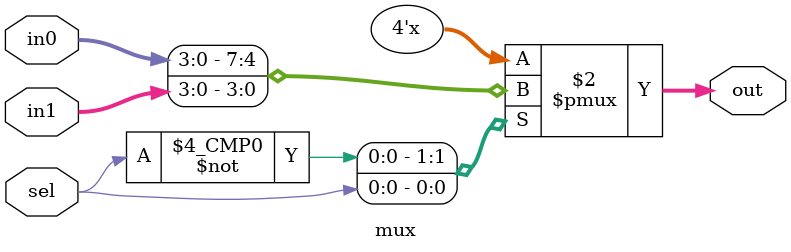
<source format=v>
`timescale 1ns / 1ps


module mux(
           input [3:0] in0,
           input [3:0] in1,
           input sel,
           output reg [3:0] out
    );
    
    always@(*)
    begin
    case(sel)
    0:
    begin
    out=in0;
    end
    1:
    begin
    out=in1;
    end
    
    endcase
    
    end
    
    
    
    
endmodule

</source>
